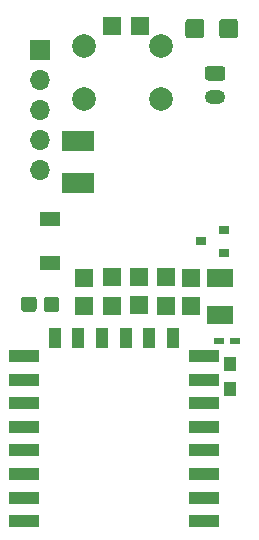
<source format=gbr>
G04 #@! TF.GenerationSoftware,KiCad,Pcbnew,(5.1.9)-1*
G04 #@! TF.CreationDate,2021-03-01T14:16:03+01:00*
G04 #@! TF.ProjectId,button timer v1.2.3_[Coin_Cell&LIPO][TPL5111],62757474-6f6e-4207-9469-6d6572207631,rev?*
G04 #@! TF.SameCoordinates,Original*
G04 #@! TF.FileFunction,Soldermask,Top*
G04 #@! TF.FilePolarity,Negative*
%FSLAX46Y46*%
G04 Gerber Fmt 4.6, Leading zero omitted, Abs format (unit mm)*
G04 Created by KiCad (PCBNEW (5.1.9)-1) date 2021-03-01 14:16:03*
%MOMM*%
%LPD*%
G01*
G04 APERTURE LIST*
%ADD10R,2.250000X1.650000*%
%ADD11R,2.500000X1.000000*%
%ADD12R,1.000000X1.800000*%
%ADD13O,1.750000X1.200000*%
%ADD14R,2.794000X1.778000*%
%ADD15R,0.900000X0.620000*%
%ADD16R,0.900000X0.800000*%
%ADD17R,1.000000X1.200000*%
%ADD18R,1.700000X1.300000*%
%ADD19C,2.000000*%
%ADD20O,1.700000X1.700000*%
%ADD21R,1.700000X1.700000*%
%ADD22R,1.500000X1.500000*%
G04 APERTURE END LIST*
D10*
G04 #@! TO.C,C6*
X134726680Y-73006280D03*
X134726680Y-76106280D03*
G04 #@! TD*
D11*
G04 #@! TO.C,X1*
X118100000Y-93600000D03*
X118100000Y-91600000D03*
X118100000Y-89600000D03*
X118100000Y-87600000D03*
X118100000Y-85600000D03*
X118100000Y-83600000D03*
X118100000Y-81600000D03*
X118100000Y-79600000D03*
D12*
X120700000Y-78100000D03*
X122700000Y-78100000D03*
X124700000Y-78100000D03*
X126700000Y-78100000D03*
X128700000Y-78100000D03*
X130700000Y-78100000D03*
D11*
X133300000Y-79600000D03*
X133300000Y-81600000D03*
X133300000Y-83600000D03*
X133300000Y-85600000D03*
X133300000Y-87600000D03*
X133300000Y-89600000D03*
X133300000Y-91600000D03*
X133300000Y-93600000D03*
G04 #@! TD*
G04 #@! TO.C,D2*
G36*
G01*
X119756200Y-75634801D02*
X119756200Y-74834799D01*
G75*
G02*
X120006199Y-74584800I249999J0D01*
G01*
X120831201Y-74584800D01*
G75*
G02*
X121081200Y-74834799I0J-249999D01*
G01*
X121081200Y-75634801D01*
G75*
G02*
X120831201Y-75884800I-249999J0D01*
G01*
X120006199Y-75884800D01*
G75*
G02*
X119756200Y-75634801I0J249999D01*
G01*
G37*
G36*
G01*
X117831200Y-75634801D02*
X117831200Y-74834799D01*
G75*
G02*
X118081199Y-74584800I249999J0D01*
G01*
X118906201Y-74584800D01*
G75*
G02*
X119156200Y-74834799I0J-249999D01*
G01*
X119156200Y-75634801D01*
G75*
G02*
X118906201Y-75884800I-249999J0D01*
G01*
X118081199Y-75884800D01*
G75*
G02*
X117831200Y-75634801I0J249999D01*
G01*
G37*
G04 #@! TD*
G04 #@! TO.C,D1*
G36*
G01*
X133357400Y-51317200D02*
X133357400Y-52467200D01*
G75*
G02*
X133107400Y-52717200I-250000J0D01*
G01*
X132007400Y-52717200D01*
G75*
G02*
X131757400Y-52467200I0J250000D01*
G01*
X131757400Y-51317200D01*
G75*
G02*
X132007400Y-51067200I250000J0D01*
G01*
X133107400Y-51067200D01*
G75*
G02*
X133357400Y-51317200I0J-250000D01*
G01*
G37*
G36*
G01*
X136207400Y-51317200D02*
X136207400Y-52467200D01*
G75*
G02*
X135957400Y-52717200I-250000J0D01*
G01*
X134857400Y-52717200D01*
G75*
G02*
X134607400Y-52467200I0J250000D01*
G01*
X134607400Y-51317200D01*
G75*
G02*
X134857400Y-51067200I250000J0D01*
G01*
X135957400Y-51067200D01*
G75*
G02*
X136207400Y-51317200I0J-250000D01*
G01*
G37*
G04 #@! TD*
D13*
G04 #@! TO.C,BT2*
X134269480Y-57686960D03*
G36*
G01*
X133644479Y-55086960D02*
X134894481Y-55086960D01*
G75*
G02*
X135144480Y-55336959I0J-249999D01*
G01*
X135144480Y-56036961D01*
G75*
G02*
X134894481Y-56286960I-249999J0D01*
G01*
X133644479Y-56286960D01*
G75*
G02*
X133394480Y-56036961I0J249999D01*
G01*
X133394480Y-55336959D01*
G75*
G02*
X133644479Y-55086960I249999J0D01*
G01*
G37*
G04 #@! TD*
D14*
G04 #@! TO.C,L1*
X122670000Y-61414000D03*
X122670000Y-64970000D03*
G04 #@! TD*
D15*
G04 #@! TO.C,C7*
X135925320Y-78359000D03*
X134625320Y-78359000D03*
G04 #@! TD*
D16*
G04 #@! TO.C,Q1*
X133048500Y-69913500D03*
X135048500Y-68963500D03*
X135048500Y-70863500D03*
G04 #@! TD*
D17*
G04 #@! TO.C,R1*
X135509000Y-80264000D03*
X135509000Y-82364000D03*
G04 #@! TD*
D18*
G04 #@! TO.C,SW2*
X120269000Y-68000000D03*
X120269000Y-71700000D03*
G04 #@! TD*
D19*
G04 #@! TO.C,SW1*
X129690000Y-53340000D03*
X129690000Y-57840000D03*
X123190000Y-53340000D03*
X123190000Y-57840000D03*
G04 #@! TD*
D20*
G04 #@! TO.C,J1*
X119456200Y-63830200D03*
X119456200Y-61290200D03*
X119456200Y-58750200D03*
X119456200Y-56210200D03*
D21*
X119456200Y-53670200D03*
G04 #@! TD*
D22*
G04 #@! TO.C,R9*
X130100000Y-75350000D03*
X130100000Y-72950000D03*
G04 #@! TD*
G04 #@! TO.C,R6*
X125505360Y-51699160D03*
X127905360Y-51699160D03*
G04 #@! TD*
G04 #@! TO.C,R5*
X123150000Y-75375000D03*
X123150000Y-72975000D03*
G04 #@! TD*
G04 #@! TO.C,R4*
X127850000Y-75325000D03*
X127850000Y-72925000D03*
G04 #@! TD*
G04 #@! TO.C,R3*
X132257800Y-75368000D03*
X132257800Y-72968000D03*
G04 #@! TD*
G04 #@! TO.C,R2*
X125550000Y-75350000D03*
X125550000Y-72950000D03*
G04 #@! TD*
M02*

</source>
